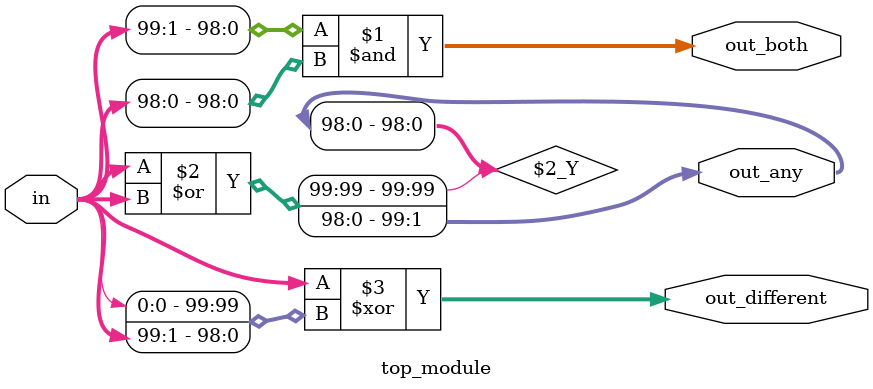
<source format=sv>
module top_module (
	input [99:0] in,
	output [98:0] out_both,
	output [99:1] out_any,
	output [99:0] out_different
);

	// Perform bitwise AND operation between the two input signals
	assign out_both = in[99:1] & in[98:0];

	// Perform bitwise OR operation between the two input signals
	assign out_any = in | {in[99], in[98:0]};

	// Perform bitwise XOR operation between the two input signals
	assign out_different = in ^ {in[0], in[99:1]};

endmodule

</source>
